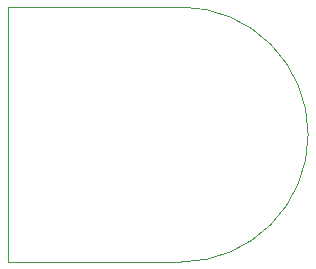
<source format=gbr>
G04 #@! TF.FileFunction,Profile,NP*
%FSLAX46Y46*%
G04 Gerber Fmt 4.6, Leading zero omitted, Abs format (unit mm)*
G04 Created by KiCad (PCBNEW 4.0.2+dfsg1-stable) date ons 15 feb 2017 12:04:56 CET*
%MOMM*%
G01*
G04 APERTURE LIST*
%ADD10C,0.150000*%
%ADD11C,0.100000*%
G04 APERTURE END LIST*
D10*
D11*
X25400000Y10795000D02*
G75*
G03X14605000Y21590000I-10795000J0D01*
G01*
X14605000Y0D02*
G75*
G03X25400000Y10795000I0J10795000D01*
G01*
X14605000Y21590000D02*
X0Y21590000D01*
X0Y0D02*
X14605000Y0D01*
X0Y21590000D02*
X0Y0D01*
M02*

</source>
